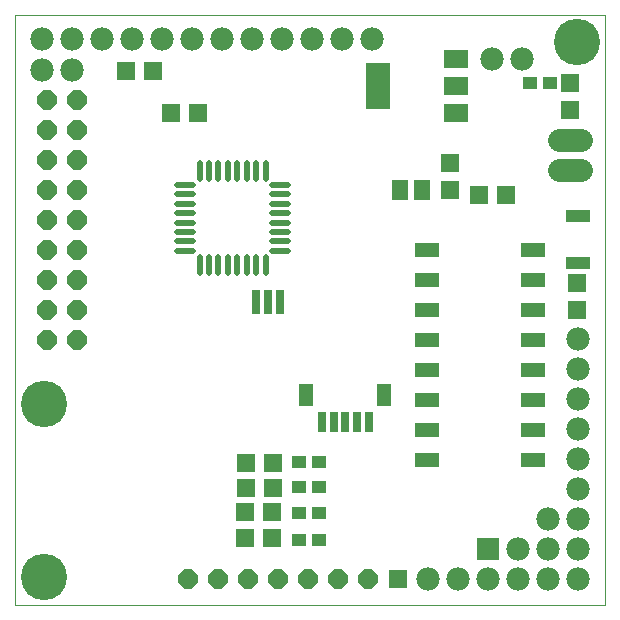
<source format=gts>
G75*
G70*
%OFA0B0*%
%FSLAX24Y24*%
%IPPOS*%
%LPD*%
%AMOC8*
5,1,8,0,0,1.08239X$1,22.5*
%
%ADD10C,0.0000*%
%ADD11C,0.0210*%
%ADD12R,0.0640X0.0640*%
%ADD13R,0.0316X0.0827*%
%ADD14C,0.0780*%
%ADD15R,0.0820X0.0440*%
%ADD16OC8,0.0640*%
%ADD17R,0.0840X0.0640*%
%ADD18R,0.0840X0.1540*%
%ADD19R,0.0780X0.0780*%
%ADD20R,0.0512X0.0749*%
%ADD21R,0.0276X0.0650*%
%ADD22R,0.0473X0.0434*%
%ADD23C,0.0780*%
%ADD24R,0.0830X0.0470*%
%ADD25R,0.0552X0.0670*%
%ADD26C,0.1542*%
D10*
X000353Y000635D02*
X000353Y020320D01*
X020038Y020320D01*
X020038Y000635D01*
X000353Y000635D01*
D11*
X006512Y011705D02*
X006512Y012235D01*
X006827Y012235D02*
X006827Y011705D01*
X007142Y011705D02*
X007142Y012235D01*
X007457Y012235D02*
X007457Y011705D01*
X007771Y011705D02*
X007771Y012235D01*
X008086Y012235D02*
X008086Y011705D01*
X008401Y011705D02*
X008401Y012235D01*
X008716Y012235D02*
X008716Y011705D01*
X008927Y012440D02*
X009457Y012440D01*
X009457Y012760D02*
X008927Y012760D01*
X008927Y013070D02*
X009457Y013070D01*
X009457Y013390D02*
X008927Y013390D01*
X008927Y013700D02*
X009457Y013700D01*
X009457Y014010D02*
X008927Y014010D01*
X008927Y014330D02*
X009457Y014330D01*
X009461Y014648D02*
X008931Y014648D01*
X008712Y014855D02*
X008712Y015385D01*
X008401Y015383D02*
X008401Y014853D01*
X008086Y014853D02*
X008086Y015383D01*
X007771Y015383D02*
X007771Y014853D01*
X007457Y014853D02*
X007457Y015383D01*
X007142Y015383D02*
X007142Y014853D01*
X006827Y014853D02*
X006827Y015383D01*
X006512Y015383D02*
X006512Y014853D01*
X006307Y014650D02*
X005777Y014650D01*
X005777Y014330D02*
X006307Y014330D01*
X006307Y014010D02*
X005777Y014010D01*
X005777Y013700D02*
X006307Y013700D01*
X006307Y013390D02*
X005777Y013390D01*
X005777Y013070D02*
X006307Y013070D01*
X006307Y012760D02*
X005777Y012760D01*
X005777Y012440D02*
X006307Y012440D01*
D12*
X006465Y017037D03*
X005565Y017037D03*
X004954Y018434D03*
X004054Y018434D03*
X014876Y015377D03*
X014876Y014477D03*
X015841Y014300D03*
X016741Y014300D03*
X018865Y017159D03*
X018865Y018059D03*
X019109Y011370D03*
X019109Y010470D03*
X013126Y001493D03*
X008938Y002871D03*
X008938Y003737D03*
X008957Y004556D03*
X008957Y005391D03*
X008057Y005391D03*
X008057Y004556D03*
X008038Y003737D03*
X008038Y002871D03*
D13*
X008404Y010745D03*
X008798Y010745D03*
X009191Y010745D03*
D14*
X002276Y018489D03*
X001276Y018489D03*
X001268Y019495D03*
X002268Y019495D03*
X003268Y019495D03*
X004268Y019495D03*
X005268Y019495D03*
X006268Y019495D03*
X007276Y019495D03*
X008276Y019495D03*
X009276Y019495D03*
X010276Y019495D03*
X011276Y019495D03*
X012276Y019495D03*
X016262Y018840D03*
X017262Y018840D03*
X019113Y009501D03*
X019113Y008501D03*
X019113Y007501D03*
X019113Y006501D03*
X019113Y005501D03*
X019113Y004501D03*
X019113Y003497D03*
X019111Y002507D03*
X019142Y001509D03*
X018142Y001509D03*
X018111Y002507D03*
X017111Y002507D03*
X017142Y001509D03*
X016142Y001509D03*
X015142Y001509D03*
X014142Y001509D03*
X018113Y003497D03*
D15*
X019136Y012037D03*
X019136Y013612D03*
D16*
X012126Y001493D03*
X011126Y001493D03*
X010126Y001493D03*
X009126Y001493D03*
X008126Y001493D03*
X007126Y001493D03*
X006126Y001493D03*
X002428Y009470D03*
X002428Y010470D03*
X002428Y011470D03*
X002428Y012470D03*
X002428Y013470D03*
X002428Y014470D03*
X002428Y015470D03*
X002428Y016470D03*
X002428Y017470D03*
X001428Y017470D03*
X001428Y016470D03*
X001428Y015470D03*
X001428Y014470D03*
X001428Y013470D03*
X001428Y012470D03*
X001428Y011470D03*
X001428Y010470D03*
X001428Y009470D03*
D17*
X015061Y017044D03*
X015061Y017944D03*
X015061Y018844D03*
D18*
X012461Y017944D03*
D19*
X016111Y002507D03*
D20*
X012674Y007627D03*
X010075Y007627D03*
D21*
X010587Y006751D03*
X010981Y006751D03*
X011374Y006751D03*
X011768Y006751D03*
X012162Y006751D03*
D22*
X010502Y005395D03*
X009833Y005395D03*
X009837Y004560D03*
X010506Y004560D03*
X010498Y003702D03*
X009829Y003702D03*
X009825Y002816D03*
X010494Y002816D03*
X017538Y018044D03*
X018207Y018044D03*
D23*
X018495Y016127D02*
X019235Y016127D01*
X019235Y015127D02*
X018495Y015127D01*
D24*
X017635Y012479D03*
X017635Y011479D03*
X017635Y010479D03*
X017635Y009479D03*
X017635Y008479D03*
X017635Y007479D03*
X017635Y006479D03*
X017635Y005479D03*
X014095Y005479D03*
X014095Y006479D03*
X014095Y007479D03*
X014095Y008479D03*
X014095Y009479D03*
X014095Y010479D03*
X014095Y011479D03*
X014095Y012479D03*
D25*
X013943Y014481D03*
X013195Y014481D03*
D26*
X019093Y019395D03*
X001337Y007328D03*
X001317Y001580D03*
M02*

</source>
